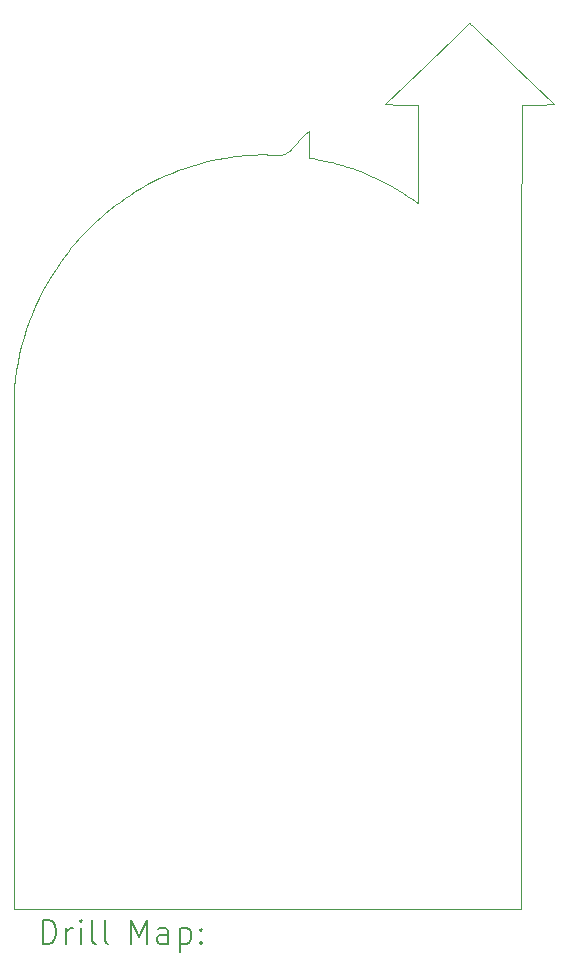
<source format=gbr>
%TF.GenerationSoftware,KiCad,Pcbnew,(6.99.0-2452-gdb4f2d9dd8)*%
%TF.CreationDate,2022-08-02T18:55:24-05:00*%
%TF.ProjectId,AIAA,41494141-2e6b-4696-9361-645f70636258,rev?*%
%TF.SameCoordinates,Original*%
%TF.FileFunction,Drillmap*%
%TF.FilePolarity,Positive*%
%FSLAX45Y45*%
G04 Gerber Fmt 4.5, Leading zero omitted, Abs format (unit mm)*
G04 Created by KiCad (PCBNEW (6.99.0-2452-gdb4f2d9dd8)) date 2022-08-02 18:55:24*
%MOMM*%
%LPD*%
G01*
G04 APERTURE LIST*
%ADD10C,0.042333*%
%ADD11C,0.200000*%
G04 APERTURE END LIST*
D10*
X6231334Y-17009999D02*
X6231334Y-12924394D01*
X6231334Y-17009999D02*
X6231334Y-17009999D01*
X10529284Y-17009999D02*
X6231334Y-17009999D01*
X10529284Y-17009999D02*
X10529284Y-17009999D01*
X10529284Y-13093513D02*
X10529284Y-17009999D01*
X10529284Y-13093513D02*
X10529284Y-13093513D01*
X10529308Y-11547363D02*
X10529284Y-13093513D01*
X10529308Y-11547363D02*
X10529308Y-11547363D01*
X10530091Y-10204264D02*
X10529308Y-11547363D01*
X10530091Y-10204264D02*
X10530091Y-10204264D01*
X10669386Y-10202149D02*
X10530091Y-10204264D01*
X10669386Y-10202149D02*
X10669386Y-10202149D01*
X10808682Y-10200034D02*
X10669386Y-10202149D01*
X10808682Y-10200034D02*
X10808682Y-10200034D01*
X10451779Y-9855018D02*
X10808682Y-10200034D01*
X10451779Y-9855018D02*
X10451779Y-9855018D01*
X10312783Y-9721054D02*
X10451779Y-9855018D01*
X10198163Y-9611350D02*
X10312783Y-9721054D01*
X10119805Y-9537225D02*
X10198163Y-9611350D01*
X10097937Y-9517043D02*
X10119805Y-9537225D01*
X10091980Y-9511791D02*
X10097937Y-9517043D01*
X10089590Y-9510001D02*
X10091980Y-9511791D01*
X10089590Y-9510001D02*
X10089590Y-9510001D01*
X10059395Y-9537225D02*
X10089590Y-9510001D01*
X9981087Y-9611350D02*
X10059395Y-9537225D01*
X9727638Y-9855018D02*
X9981087Y-9611350D01*
X9727638Y-9855018D02*
X9727638Y-9855018D01*
X9370971Y-10200034D02*
X9727638Y-9855018D01*
X9370971Y-10200034D02*
X9370971Y-10200034D01*
X9511323Y-10201149D02*
X9370971Y-10200034D01*
X9511323Y-10201149D02*
X9511323Y-10201149D01*
X9651674Y-10202264D02*
X9511323Y-10201149D01*
X9651674Y-10202264D02*
X9651674Y-10202264D01*
X9651674Y-10617074D02*
X9651674Y-10202264D01*
X9651674Y-10617074D02*
X9651674Y-10617074D01*
X9651129Y-10910033D02*
X9651674Y-10617074D01*
X9650538Y-10999152D02*
X9651129Y-10910033D01*
X9649817Y-11031883D02*
X9650538Y-10999152D01*
X9649817Y-11031883D02*
X9649817Y-11031883D01*
X9648467Y-11031202D02*
X9649817Y-11031883D01*
X9645317Y-11029251D02*
X9648467Y-11031202D01*
X9634439Y-11022085D02*
X9645317Y-11029251D01*
X9618814Y-11011478D02*
X9634439Y-11022085D01*
X9600075Y-10998526D02*
X9618814Y-11011478D01*
X9600075Y-10998526D02*
X9600075Y-10998526D01*
X9562040Y-10972728D02*
X9600075Y-10998526D01*
X9522951Y-10947575D02*
X9562040Y-10972728D01*
X9482908Y-10923112D02*
X9522951Y-10947575D01*
X9442012Y-10899386D02*
X9482908Y-10923112D01*
X9400364Y-10876443D02*
X9442012Y-10899386D01*
X9358065Y-10854328D02*
X9400364Y-10876443D01*
X9315215Y-10833088D02*
X9358065Y-10854328D01*
X9271916Y-10812768D02*
X9315215Y-10833088D01*
X9228267Y-10793416D02*
X9271916Y-10812768D01*
X9184371Y-10775075D02*
X9228267Y-10793416D01*
X9140327Y-10757794D02*
X9184371Y-10775075D01*
X9096236Y-10741616D02*
X9140327Y-10757794D01*
X9052200Y-10726590D02*
X9096236Y-10741616D01*
X9008319Y-10712760D02*
X9052200Y-10726590D01*
X8964693Y-10700172D02*
X9008319Y-10712760D01*
X8921424Y-10688873D02*
X8964693Y-10700172D01*
X8921424Y-10688873D02*
X8921424Y-10688873D01*
X8900084Y-10683838D02*
X8921424Y-10688873D01*
X8874839Y-10678264D02*
X8900084Y-10683838D01*
X8818963Y-10666749D02*
X8874839Y-10678264D01*
X8766446Y-10656828D02*
X8818963Y-10666749D01*
X8745399Y-10653247D02*
X8766446Y-10656828D01*
X8729935Y-10651003D02*
X8745399Y-10653247D01*
X8729935Y-10651003D02*
X8729935Y-10651003D01*
X8729462Y-10642033D02*
X8729935Y-10651003D01*
X8728905Y-10617699D02*
X8729462Y-10642033D01*
X8727819Y-10537795D02*
X8728905Y-10617699D01*
X8727819Y-10537795D02*
X8727819Y-10537795D01*
X8726691Y-10424707D02*
X8727819Y-10537795D01*
X8726691Y-10424707D02*
X8726691Y-10424707D01*
X8697555Y-10453125D02*
X8726691Y-10424707D01*
X8671847Y-10479242D02*
X8697555Y-10453125D01*
X8649151Y-10503101D02*
X8671847Y-10479242D01*
X8629053Y-10524748D02*
X8649151Y-10503101D01*
X8594986Y-10561581D02*
X8629053Y-10524748D01*
X8580187Y-10576858D02*
X8594986Y-10561581D01*
X8566322Y-10590100D02*
X8580187Y-10576858D01*
X8559611Y-10595973D02*
X8566322Y-10590100D01*
X8552977Y-10601354D02*
X8559611Y-10595973D01*
X8546370Y-10606249D02*
X8552977Y-10601354D01*
X8539736Y-10610663D02*
X8546370Y-10606249D01*
X8533025Y-10614602D02*
X8539736Y-10610663D01*
X8526184Y-10618072D02*
X8533025Y-10614602D01*
X8519161Y-10621079D02*
X8526184Y-10618072D01*
X8511904Y-10623627D02*
X8519161Y-10621079D01*
X8504362Y-10625722D02*
X8511904Y-10623627D01*
X8496482Y-10627371D02*
X8504362Y-10625722D01*
X8488213Y-10628578D02*
X8496482Y-10627371D01*
X8479502Y-10629349D02*
X8488213Y-10628578D01*
X8470298Y-10629690D02*
X8479502Y-10629349D01*
X8460549Y-10629607D02*
X8470298Y-10629690D01*
X8450202Y-10629104D02*
X8460549Y-10629607D01*
X8439206Y-10628188D02*
X8450202Y-10629104D01*
X8439206Y-10628188D02*
X8439206Y-10628188D01*
X8420386Y-10626513D02*
X8439206Y-10628188D01*
X8402032Y-10625222D02*
X8420386Y-10626513D01*
X8384246Y-10624277D02*
X8402032Y-10625222D01*
X8367132Y-10623641D02*
X8384246Y-10624277D01*
X8350794Y-10623274D02*
X8367132Y-10623641D01*
X8335333Y-10623139D02*
X8350794Y-10623274D01*
X8307461Y-10623413D02*
X8335333Y-10623139D01*
X8284344Y-10624156D02*
X8307461Y-10623413D01*
X8266807Y-10625065D02*
X8284344Y-10624156D01*
X8251786Y-10626158D02*
X8266807Y-10625065D01*
X8251786Y-10626158D02*
X8251786Y-10626158D01*
X8187335Y-10630702D02*
X8251786Y-10626158D01*
X8128299Y-10635927D02*
X8187335Y-10630702D01*
X8098357Y-10639146D02*
X8128299Y-10635927D01*
X8070525Y-10642718D02*
X8098357Y-10639146D01*
X8070525Y-10642718D02*
X8070525Y-10642718D01*
X8013306Y-10651687D02*
X8070525Y-10642718D01*
X7956428Y-10662213D02*
X8013306Y-10651687D01*
X7899920Y-10674282D02*
X7956428Y-10662213D01*
X7843809Y-10687886D02*
X7899920Y-10674282D01*
X7788126Y-10703012D02*
X7843809Y-10687886D01*
X7732898Y-10719651D02*
X7788126Y-10703012D01*
X7678154Y-10737790D02*
X7732898Y-10719651D01*
X7623923Y-10757420D02*
X7678154Y-10737790D01*
X7570234Y-10778529D02*
X7623923Y-10757420D01*
X7517115Y-10801107D02*
X7570234Y-10778529D01*
X7464595Y-10825143D02*
X7517115Y-10801107D01*
X7412704Y-10850626D02*
X7464595Y-10825143D01*
X7361468Y-10877545D02*
X7412704Y-10850626D01*
X7310918Y-10905889D02*
X7361468Y-10877545D01*
X7261083Y-10935648D02*
X7310918Y-10905889D01*
X7211990Y-10966810D02*
X7261083Y-10935648D01*
X7211990Y-10966810D02*
X7211990Y-10966810D01*
X7169537Y-10995299D02*
X7211990Y-10966810D01*
X7127748Y-11024795D02*
X7169537Y-10995299D01*
X7086648Y-11055272D02*
X7127748Y-11024795D01*
X7046263Y-11086706D02*
X7086648Y-11055272D01*
X7006620Y-11119071D02*
X7046263Y-11086706D01*
X6967745Y-11152342D02*
X7006620Y-11119071D01*
X6929665Y-11186493D02*
X6967745Y-11152342D01*
X6892406Y-11221499D02*
X6929665Y-11186493D01*
X6855993Y-11257336D02*
X6892406Y-11221499D01*
X6820454Y-11293976D02*
X6855993Y-11257336D01*
X6785815Y-11331396D02*
X6820454Y-11293976D01*
X6752101Y-11369570D02*
X6785815Y-11331396D01*
X6719340Y-11408473D02*
X6752101Y-11369570D01*
X6687558Y-11448078D02*
X6719340Y-11408473D01*
X6656780Y-11488362D02*
X6687558Y-11448078D01*
X6627034Y-11529299D02*
X6656780Y-11488362D01*
X6627034Y-11529299D02*
X6627034Y-11529299D01*
X6585392Y-11590093D02*
X6627034Y-11529299D01*
X6546043Y-11651664D02*
X6585392Y-11590093D01*
X6508986Y-11714013D02*
X6546043Y-11651664D01*
X6474220Y-11777141D02*
X6508986Y-11714013D01*
X6441745Y-11841051D02*
X6474220Y-11777141D01*
X6411559Y-11905744D02*
X6441745Y-11841051D01*
X6383663Y-11971221D02*
X6411559Y-11905744D01*
X6358056Y-12037485D02*
X6383663Y-11971221D01*
X6334737Y-12104537D02*
X6358056Y-12037485D01*
X6313706Y-12172378D02*
X6334737Y-12104537D01*
X6294962Y-12241010D02*
X6313706Y-12172378D01*
X6278504Y-12310436D02*
X6294962Y-12241010D01*
X6264333Y-12380656D02*
X6278504Y-12310436D01*
X6252446Y-12451672D02*
X6264333Y-12380656D01*
X6242844Y-12523486D02*
X6252446Y-12451672D01*
X6235526Y-12596099D02*
X6242844Y-12523486D01*
X6235526Y-12596099D02*
X6235526Y-12596099D01*
X6233729Y-12629322D02*
X6235526Y-12596099D01*
X6232495Y-12675485D02*
X6233729Y-12629322D01*
X6231318Y-12785215D02*
X6232495Y-12675485D01*
X6231334Y-12924394D02*
X6231318Y-12785215D01*
D11*
X6476821Y-17305592D02*
X6476821Y-17105592D01*
X6476821Y-17105592D02*
X6524440Y-17105592D01*
X6524440Y-17105592D02*
X6553011Y-17115116D01*
X6553011Y-17115116D02*
X6572059Y-17134164D01*
X6572059Y-17134164D02*
X6581582Y-17153211D01*
X6581582Y-17153211D02*
X6591106Y-17191306D01*
X6591106Y-17191306D02*
X6591106Y-17219878D01*
X6591106Y-17219878D02*
X6581582Y-17257973D01*
X6581582Y-17257973D02*
X6572059Y-17277021D01*
X6572059Y-17277021D02*
X6553011Y-17296068D01*
X6553011Y-17296068D02*
X6524440Y-17305592D01*
X6524440Y-17305592D02*
X6476821Y-17305592D01*
X6676821Y-17305592D02*
X6676821Y-17172259D01*
X6676821Y-17210354D02*
X6686344Y-17191306D01*
X6686344Y-17191306D02*
X6695868Y-17181783D01*
X6695868Y-17181783D02*
X6714916Y-17172259D01*
X6714916Y-17172259D02*
X6733963Y-17172259D01*
X6800630Y-17305592D02*
X6800630Y-17172259D01*
X6800630Y-17105592D02*
X6791106Y-17115116D01*
X6791106Y-17115116D02*
X6800630Y-17124640D01*
X6800630Y-17124640D02*
X6810154Y-17115116D01*
X6810154Y-17115116D02*
X6800630Y-17105592D01*
X6800630Y-17105592D02*
X6800630Y-17124640D01*
X6924440Y-17305592D02*
X6905392Y-17296068D01*
X6905392Y-17296068D02*
X6895868Y-17277021D01*
X6895868Y-17277021D02*
X6895868Y-17105592D01*
X7029201Y-17305592D02*
X7010154Y-17296068D01*
X7010154Y-17296068D02*
X7000630Y-17277021D01*
X7000630Y-17277021D02*
X7000630Y-17105592D01*
X7225392Y-17305592D02*
X7225392Y-17105592D01*
X7225392Y-17105592D02*
X7292059Y-17248449D01*
X7292059Y-17248449D02*
X7358725Y-17105592D01*
X7358725Y-17105592D02*
X7358725Y-17305592D01*
X7539678Y-17305592D02*
X7539678Y-17200830D01*
X7539678Y-17200830D02*
X7530154Y-17181783D01*
X7530154Y-17181783D02*
X7511106Y-17172259D01*
X7511106Y-17172259D02*
X7473011Y-17172259D01*
X7473011Y-17172259D02*
X7453963Y-17181783D01*
X7539678Y-17296068D02*
X7520630Y-17305592D01*
X7520630Y-17305592D02*
X7473011Y-17305592D01*
X7473011Y-17305592D02*
X7453963Y-17296068D01*
X7453963Y-17296068D02*
X7444440Y-17277021D01*
X7444440Y-17277021D02*
X7444440Y-17257973D01*
X7444440Y-17257973D02*
X7453963Y-17238925D01*
X7453963Y-17238925D02*
X7473011Y-17229402D01*
X7473011Y-17229402D02*
X7520630Y-17229402D01*
X7520630Y-17229402D02*
X7539678Y-17219878D01*
X7634916Y-17172259D02*
X7634916Y-17372259D01*
X7634916Y-17181783D02*
X7653963Y-17172259D01*
X7653963Y-17172259D02*
X7692059Y-17172259D01*
X7692059Y-17172259D02*
X7711106Y-17181783D01*
X7711106Y-17181783D02*
X7720630Y-17191306D01*
X7720630Y-17191306D02*
X7730154Y-17210354D01*
X7730154Y-17210354D02*
X7730154Y-17267497D01*
X7730154Y-17267497D02*
X7720630Y-17286544D01*
X7720630Y-17286544D02*
X7711106Y-17296068D01*
X7711106Y-17296068D02*
X7692059Y-17305592D01*
X7692059Y-17305592D02*
X7653963Y-17305592D01*
X7653963Y-17305592D02*
X7634916Y-17296068D01*
X7815868Y-17286544D02*
X7825392Y-17296068D01*
X7825392Y-17296068D02*
X7815868Y-17305592D01*
X7815868Y-17305592D02*
X7806344Y-17296068D01*
X7806344Y-17296068D02*
X7815868Y-17286544D01*
X7815868Y-17286544D02*
X7815868Y-17305592D01*
X7815868Y-17181783D02*
X7825392Y-17191306D01*
X7825392Y-17191306D02*
X7815868Y-17200830D01*
X7815868Y-17200830D02*
X7806344Y-17191306D01*
X7806344Y-17191306D02*
X7815868Y-17181783D01*
X7815868Y-17181783D02*
X7815868Y-17200830D01*
M02*

</source>
